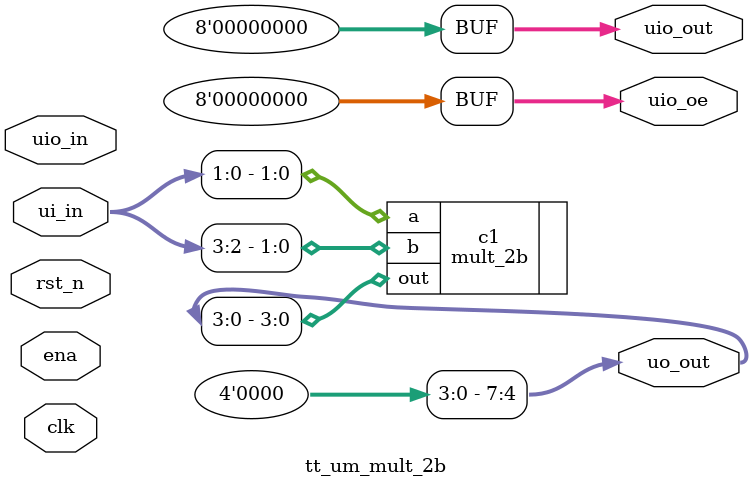
<source format=v>
/*
 * Copyright (c) 2024 Your Name
 * SPDX-License-Identifier: Apache-2.0
 */

`define default_netname none

module tt_um_mult_2b (
    input  wire [7:0] ui_in,    // Dedicated inputs
    output wire [7:0] uo_out,   // Dedicated outputs
    input  wire [7:0] uio_in,   // IOs: Input path
    output wire [7:0] uio_out,  // IOs: Output path
    output wire [7:0] uio_oe,   // IOs: Enable path (active high: 0=input, 1=output)
    input  wire       ena,      // will go high when the design is enabled
    input  wire       clk,      // clock
    input  wire       rst_n     // reset_n - low to reset
);

  // All output pins must be assigned. If not used, assign to 0.
    mult_2b c1 (.a(ui_in[1:0]),.b(ui_in[3:2]),.out(uo_out[3:0]));
    assign uio_oe = 8'b00000000;
    assign uio_out [7:0] = 8'b00000000;
    assign uo_out [7:4] = 4'b0000;
    
endmodule

</source>
